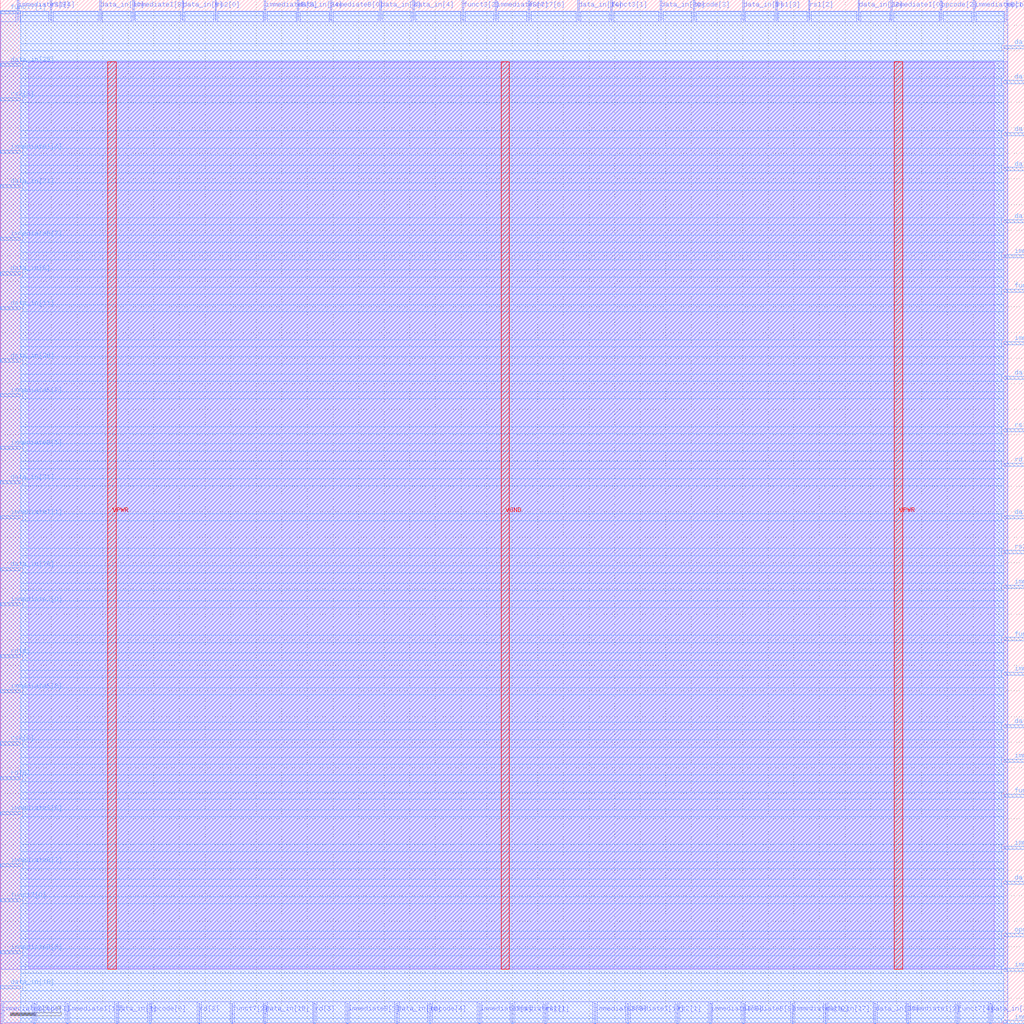
<source format=lef>
VERSION 5.7 ;
  NOWIREEXTENSIONATPIN ON ;
  DIVIDERCHAR "/" ;
  BUSBITCHARS "[]" ;
MACRO instruction_coder
  CLASS BLOCK ;
  FOREIGN instruction_coder ;
  ORIGIN 0.000 0.000 ;
  SIZE 200.000 BY 200.000 ;
  PIN VGND
    USE GROUND ;
    PORT
      LAYER met4 ;
        RECT 97.840 10.640 99.440 187.920 ;
    END
  END VGND
  PIN VPWR
    USE POWER ;
    PORT
      LAYER met4 ;
        RECT 174.640 10.640 176.240 187.920 ;
    END
    PORT
      LAYER met4 ;
        RECT 21.040 10.640 22.640 187.920 ;
    END
  END VPWR
  PIN data_in[0]
    PORT
      LAYER met2 ;
        RECT 35.510 196.000 35.790 200.000 ;
    END
  END data_in[0]
  PIN data_in[10]
    PORT
      LAYER met2 ;
        RECT 19.410 196.000 19.690 200.000 ;
    END
  END data_in[10]
  PIN data_in[11]
    PORT
      LAYER met3 ;
        RECT 0.000 139.440 4.000 140.040 ;
    END
  END data_in[11]
  PIN data_in[12]
    PORT
      LAYER met3 ;
        RECT 196.000 57.840 200.000 58.440 ;
    END
  END data_in[12]
  PIN data_in[13]
    PORT
      LAYER met3 ;
        RECT 196.000 125.840 200.000 126.440 ;
    END
  END data_in[13]
  PIN data_in[14]
    PORT
      LAYER met2 ;
        RECT 112.790 196.000 113.070 200.000 ;
    END
  END data_in[14]
  PIN data_in[15]
    PORT
      LAYER met2 ;
        RECT 51.610 0.000 51.890 4.000 ;
    END
  END data_in[15]
  PIN data_in[16]
    PORT
      LAYER met2 ;
        RECT 77.370 0.000 77.650 4.000 ;
    END
  END data_in[16]
  PIN data_in[17]
    PORT
      LAYER met2 ;
        RECT 161.090 0.000 161.370 4.000 ;
    END
  END data_in[17]
  PIN data_in[18]
    PORT
      LAYER met3 ;
        RECT 0.000 6.840 4.000 7.440 ;
    END
  END data_in[18]
  PIN data_in[19]
    PORT
      LAYER met3 ;
        RECT 196.000 156.440 200.000 157.040 ;
    END
  END data_in[19]
  PIN data_in[1]
    PORT
      LAYER met2 ;
        RECT 22.630 0.000 22.910 4.000 ;
    END
  END data_in[1]
  PIN data_in[20]
    PORT
      LAYER met2 ;
        RECT 170.750 0.000 171.030 4.000 ;
    END
  END data_in[20]
  PIN data_in[21]
    PORT
      LAYER met3 ;
        RECT 0.000 163.240 4.000 163.840 ;
    END
  END data_in[21]
  PIN data_in[22]
    PORT
      LAYER met2 ;
        RECT 167.530 196.000 167.810 200.000 ;
    END
  END data_in[22]
  PIN data_in[23]
    PORT
      LAYER met3 ;
        RECT 196.000 98.640 200.000 99.240 ;
    END
  END data_in[23]
  PIN data_in[24]
    PORT
      LAYER met2 ;
        RECT 58.050 196.000 58.330 200.000 ;
    END
  END data_in[24]
  PIN data_in[25]
    PORT
      LAYER met3 ;
        RECT 0.000 187.040 4.000 187.640 ;
    END
  END data_in[25]
  PIN data_in[26]
    PORT
      LAYER met3 ;
        RECT 0.000 129.240 4.000 129.840 ;
    END
  END data_in[26]
  PIN data_in[27]
    PORT
      LAYER met2 ;
        RECT 193.290 0.000 193.570 4.000 ;
    END
  END data_in[27]
  PIN data_in[28]
    PORT
      LAYER met3 ;
        RECT 0.000 88.440 4.000 89.040 ;
    END
  END data_in[28]
  PIN data_in[29]
    PORT
      LAYER met3 ;
        RECT 196.000 173.440 200.000 174.040 ;
    END
  END data_in[29]
  PIN data_in[2]
    PORT
      LAYER met3 ;
        RECT 196.000 27.240 200.000 27.840 ;
    END
  END data_in[2]
  PIN data_in[30]
    PORT
      LAYER met2 ;
        RECT 128.890 196.000 129.170 200.000 ;
    END
  END data_in[30]
  PIN data_in[31]
    PORT
      LAYER met3 ;
        RECT 0.000 105.440 4.000 106.040 ;
    END
  END data_in[31]
  PIN data_in[3]
    PORT
      LAYER met2 ;
        RECT 74.150 196.000 74.430 200.000 ;
    END
  END data_in[3]
  PIN data_in[4]
    PORT
      LAYER met2 ;
        RECT 80.590 196.000 80.870 200.000 ;
    END
  END data_in[4]
  PIN data_in[5]
    PORT
      LAYER met2 ;
        RECT 144.990 196.000 145.270 200.000 ;
    END
  END data_in[5]
  PIN data_in[6]
    PORT
      LAYER met3 ;
        RECT 0.000 146.240 4.000 146.840 ;
    END
  END data_in[6]
  PIN data_in[7]
    PORT
      LAYER met3 ;
        RECT 196.000 190.440 200.000 191.040 ;
    END
  END data_in[7]
  PIN data_in[8]
    PORT
      LAYER met3 ;
        RECT 196.000 166.640 200.000 167.240 ;
    END
  END data_in[8]
  PIN data_in[9]
    PORT
      LAYER met3 ;
        RECT 196.000 183.640 200.000 184.240 ;
    END
  END data_in[9]
  PIN funct3[0]
    PORT
      LAYER met3 ;
        RECT 196.000 44.240 200.000 44.840 ;
    END
  END funct3[0]
  PIN funct3[1]
    PORT
      LAYER met2 ;
        RECT 119.230 196.000 119.510 200.000 ;
    END
  END funct3[1]
  PIN funct3[2]
    PORT
      LAYER met2 ;
        RECT 90.250 196.000 90.530 200.000 ;
    END
  END funct3[2]
  PIN funct7[0]
    PORT
      LAYER met3 ;
        RECT 0.000 23.840 4.000 24.440 ;
    END
  END funct7[0]
  PIN funct7[1]
    PORT
      LAYER met3 ;
        RECT 0.000 197.240 4.000 197.840 ;
    END
  END funct7[1]
  PIN funct7[2]
    PORT
      LAYER met2 ;
        RECT 45.170 0.000 45.450 4.000 ;
    END
  END funct7[2]
  PIN funct7[3]
    PORT
      LAYER met3 ;
        RECT 196.000 142.840 200.000 143.440 ;
    END
  END funct7[3]
  PIN funct7[4]
    PORT
      LAYER met2 ;
        RECT 186.850 0.000 187.130 4.000 ;
    END
  END funct7[4]
  PIN funct7[5]
    PORT
      LAYER met3 ;
        RECT 196.000 74.840 200.000 75.440 ;
    END
  END funct7[5]
  PIN funct7[6]
    PORT
      LAYER met2 ;
        RECT 103.130 196.000 103.410 200.000 ;
    END
  END funct7[6]
  PIN immediateB[0]
    PORT
      LAYER met2 ;
        RECT 64.490 196.000 64.770 200.000 ;
    END
  END immediateB[0]
  PIN immediateB[10]
    PORT
      LAYER met3 ;
        RECT 196.000 0.040 200.000 0.640 ;
    END
  END immediateB[10]
  PIN immediateB[11]
    PORT
      LAYER met3 ;
        RECT 196.000 149.640 200.000 150.240 ;
    END
  END immediateB[11]
  PIN immediateB[1]
    PORT
      LAYER met2 ;
        RECT 190.070 196.000 190.350 200.000 ;
    END
  END immediateB[1]
  PIN immediateB[2]
    PORT
      LAYER met3 ;
        RECT 0.000 30.640 4.000 31.240 ;
    END
  END immediateB[2]
  PIN immediateB[3]
    PORT
      LAYER met2 ;
        RECT 67.710 0.000 67.990 4.000 ;
    END
  END immediateB[3]
  PIN immediateB[4]
    PORT
      LAYER met3 ;
        RECT 196.000 34.040 200.000 34.640 ;
    END
  END immediateB[4]
  PIN immediateB[5]
    PORT
      LAYER met3 ;
        RECT 0.000 112.240 4.000 112.840 ;
    END
  END immediateB[5]
  PIN immediateB[6]
    PORT
      LAYER met3 ;
        RECT 0.000 13.640 4.000 14.240 ;
    END
  END immediateB[6]
  PIN immediateB[7]
    PORT
      LAYER met3 ;
        RECT 0.000 153.040 4.000 153.640 ;
    END
  END immediateB[7]
  PIN immediateB[8]
    PORT
      LAYER met2 ;
        RECT 51.610 196.000 51.890 200.000 ;
    END
  END immediateB[8]
  PIN immediateB[9]
    PORT
      LAYER met2 ;
        RECT 144.990 0.000 145.270 4.000 ;
    END
  END immediateB[9]
  PIN immediateI[0]
    PORT
      LAYER met2 ;
        RECT 173.970 196.000 174.250 200.000 ;
    END
  END immediateI[0]
  PIN immediateI[10]
    PORT
      LAYER met2 ;
        RECT 122.450 0.000 122.730 4.000 ;
    END
  END immediateI[10]
  PIN immediateI[11]
    PORT
      LAYER met2 ;
        RECT 12.970 0.000 13.250 4.000 ;
    END
  END immediateI[11]
  PIN immediateI[1]
    PORT
      LAYER met3 ;
        RECT 0.000 98.640 4.000 99.240 ;
    END
  END immediateI[1]
  PIN immediateI[2]
    PORT
      LAYER met2 ;
        RECT 177.190 0.000 177.470 4.000 ;
    END
  END immediateI[2]
  PIN immediateI[3]
    PORT
      LAYER met3 ;
        RECT 196.000 85.040 200.000 85.640 ;
    END
  END immediateI[3]
  PIN immediateI[4]
    PORT
      LAYER met3 ;
        RECT 196.000 51.040 200.000 51.640 ;
    END
  END immediateI[4]
  PIN immediateI[5]
    PORT
      LAYER met2 ;
        RECT 138.550 0.000 138.830 4.000 ;
    END
  END immediateI[5]
  PIN immediateI[6]
    PORT
      LAYER met3 ;
        RECT 0.000 170.040 4.000 170.640 ;
    END
  END immediateI[6]
  PIN immediateI[7]
    PORT
      LAYER met3 ;
        RECT 196.000 10.240 200.000 10.840 ;
    END
  END immediateI[7]
  PIN immediateI[8]
    PORT
      LAYER met2 ;
        RECT 25.850 196.000 26.130 200.000 ;
    END
  END immediateI[8]
  PIN immediateI[9]
    PORT
      LAYER met3 ;
        RECT 196.000 68.040 200.000 68.640 ;
    END
  END immediateI[9]
  PIN immediateS[0]
    PORT
      LAYER met3 ;
        RECT 0.000 81.640 4.000 82.240 ;
    END
  END immediateS[0]
  PIN immediateS[10]
    PORT
      LAYER met2 ;
        RECT 154.650 0.000 154.930 4.000 ;
    END
  END immediateS[10]
  PIN immediateS[11]
    PORT
      LAYER met3 ;
        RECT 196.000 132.640 200.000 133.240 ;
    END
  END immediateS[11]
  PIN immediateS[1]
    PORT
      LAYER met2 ;
        RECT 93.470 0.000 93.750 4.000 ;
    END
  END immediateS[1]
  PIN immediateS[2]
    PORT
      LAYER met3 ;
        RECT 0.000 122.440 4.000 123.040 ;
    END
  END immediateS[2]
  PIN immediateS[3]
    PORT
      LAYER met2 ;
        RECT 99.910 0.000 100.190 4.000 ;
    END
  END immediateS[3]
  PIN immediateS[4]
    PORT
      LAYER met2 ;
        RECT 0.090 0.000 0.370 4.000 ;
    END
  END immediateS[4]
  PIN immediateS[5]
    PORT
      LAYER met2 ;
        RECT 116.010 0.000 116.290 4.000 ;
    END
  END immediateS[5]
  PIN immediateS[6]
    PORT
      LAYER met3 ;
        RECT 0.000 40.840 4.000 41.440 ;
    END
  END immediateS[6]
  PIN immediateS[7]
    PORT
      LAYER met2 ;
        RECT 96.690 196.000 96.970 200.000 ;
    END
  END immediateS[7]
  PIN immediateS[8]
    PORT
      LAYER met3 ;
        RECT 0.000 64.640 4.000 65.240 ;
    END
  END immediateS[8]
  PIN immediateS[9]
    PORT
      LAYER met2 ;
        RECT 3.310 196.000 3.590 200.000 ;
    END
  END immediateS[9]
  PIN opcode[0]
    PORT
      LAYER met2 ;
        RECT 29.070 0.000 29.350 4.000 ;
    END
  END opcode[0]
  PIN opcode[1]
    PORT
      LAYER met2 ;
        RECT 6.530 0.000 6.810 4.000 ;
    END
  END opcode[1]
  PIN opcode[2]
    PORT
      LAYER met2 ;
        RECT 183.630 196.000 183.910 200.000 ;
    END
  END opcode[2]
  PIN opcode[3]
    PORT
      LAYER met2 ;
        RECT 135.330 196.000 135.610 200.000 ;
    END
  END opcode[3]
  PIN opcode[4]
    PORT
      LAYER met2 ;
        RECT 83.810 0.000 84.090 4.000 ;
    END
  END opcode[4]
  PIN opcode[5]
    PORT
      LAYER met2 ;
        RECT 196.510 196.000 196.790 200.000 ;
    END
  END opcode[5]
  PIN opcode[6]
    PORT
      LAYER met3 ;
        RECT 196.000 17.040 200.000 17.640 ;
    END
  END opcode[6]
  PIN rd[0]
    PORT
      LAYER met3 ;
        RECT 0.000 47.640 4.000 48.240 ;
    END
  END rd[0]
  PIN rd[1]
    PORT
      LAYER met3 ;
        RECT 196.000 108.840 200.000 109.440 ;
    END
  END rd[1]
  PIN rd[2]
    PORT
      LAYER met2 ;
        RECT 38.730 0.000 39.010 4.000 ;
    END
  END rd[2]
  PIN rd[3]
    PORT
      LAYER met2 ;
        RECT 61.270 0.000 61.550 4.000 ;
    END
  END rd[3]
  PIN rd[4]
    PORT
      LAYER met3 ;
        RECT 0.000 71.440 4.000 72.040 ;
    END
  END rd[4]
  PIN rs1[0]
    PORT
      LAYER met3 ;
        RECT 196.000 115.640 200.000 116.240 ;
    END
  END rs1[0]
  PIN rs1[1]
    PORT
      LAYER met2 ;
        RECT 106.350 0.000 106.630 4.000 ;
    END
  END rs1[1]
  PIN rs1[2]
    PORT
      LAYER met2 ;
        RECT 157.870 196.000 158.150 200.000 ;
    END
  END rs1[2]
  PIN rs1[3]
    PORT
      LAYER met2 ;
        RECT 151.430 196.000 151.710 200.000 ;
    END
  END rs1[3]
  PIN rs1[4]
    PORT
      LAYER met2 ;
        RECT 9.750 196.000 10.030 200.000 ;
    END
  END rs1[4]
  PIN rs2[0]
    PORT
      LAYER met2 ;
        RECT 41.950 196.000 42.230 200.000 ;
    END
  END rs2[0]
  PIN rs2[1]
    PORT
      LAYER met2 ;
        RECT 132.110 0.000 132.390 4.000 ;
    END
  END rs2[1]
  PIN rs2[2]
    PORT
      LAYER met3 ;
        RECT 0.000 54.440 4.000 55.040 ;
    END
  END rs2[2]
  PIN rs2[3]
    PORT
      LAYER met3 ;
        RECT 0.000 180.240 4.000 180.840 ;
    END
  END rs2[3]
  PIN rs2[4]
    PORT
      LAYER met3 ;
        RECT 196.000 91.840 200.000 92.440 ;
    END
  END rs2[4]
  OBS
      LAYER li1 ;
        RECT 5.520 10.795 194.120 187.765 ;
      LAYER met1 ;
        RECT 0.070 10.640 196.810 187.920 ;
      LAYER met2 ;
        RECT 0.100 195.720 3.030 197.725 ;
        RECT 3.870 195.720 9.470 197.725 ;
        RECT 10.310 195.720 19.130 197.725 ;
        RECT 19.970 195.720 25.570 197.725 ;
        RECT 26.410 195.720 35.230 197.725 ;
        RECT 36.070 195.720 41.670 197.725 ;
        RECT 42.510 195.720 51.330 197.725 ;
        RECT 52.170 195.720 57.770 197.725 ;
        RECT 58.610 195.720 64.210 197.725 ;
        RECT 65.050 195.720 73.870 197.725 ;
        RECT 74.710 195.720 80.310 197.725 ;
        RECT 81.150 195.720 89.970 197.725 ;
        RECT 90.810 195.720 96.410 197.725 ;
        RECT 97.250 195.720 102.850 197.725 ;
        RECT 103.690 195.720 112.510 197.725 ;
        RECT 113.350 195.720 118.950 197.725 ;
        RECT 119.790 195.720 128.610 197.725 ;
        RECT 129.450 195.720 135.050 197.725 ;
        RECT 135.890 195.720 144.710 197.725 ;
        RECT 145.550 195.720 151.150 197.725 ;
        RECT 151.990 195.720 157.590 197.725 ;
        RECT 158.430 195.720 167.250 197.725 ;
        RECT 168.090 195.720 173.690 197.725 ;
        RECT 174.530 195.720 183.350 197.725 ;
        RECT 184.190 195.720 189.790 197.725 ;
        RECT 190.630 195.720 196.230 197.725 ;
        RECT 0.100 4.280 196.780 195.720 ;
        RECT 0.650 0.155 6.250 4.280 ;
        RECT 7.090 0.155 12.690 4.280 ;
        RECT 13.530 0.155 22.350 4.280 ;
        RECT 23.190 0.155 28.790 4.280 ;
        RECT 29.630 0.155 38.450 4.280 ;
        RECT 39.290 0.155 44.890 4.280 ;
        RECT 45.730 0.155 51.330 4.280 ;
        RECT 52.170 0.155 60.990 4.280 ;
        RECT 61.830 0.155 67.430 4.280 ;
        RECT 68.270 0.155 77.090 4.280 ;
        RECT 77.930 0.155 83.530 4.280 ;
        RECT 84.370 0.155 93.190 4.280 ;
        RECT 94.030 0.155 99.630 4.280 ;
        RECT 100.470 0.155 106.070 4.280 ;
        RECT 106.910 0.155 115.730 4.280 ;
        RECT 116.570 0.155 122.170 4.280 ;
        RECT 123.010 0.155 131.830 4.280 ;
        RECT 132.670 0.155 138.270 4.280 ;
        RECT 139.110 0.155 144.710 4.280 ;
        RECT 145.550 0.155 154.370 4.280 ;
        RECT 155.210 0.155 160.810 4.280 ;
        RECT 161.650 0.155 170.470 4.280 ;
        RECT 171.310 0.155 176.910 4.280 ;
        RECT 177.750 0.155 186.570 4.280 ;
        RECT 187.410 0.155 193.010 4.280 ;
        RECT 193.850 0.155 196.780 4.280 ;
      LAYER met3 ;
        RECT 4.400 196.840 196.000 197.705 ;
        RECT 4.000 191.440 196.000 196.840 ;
        RECT 4.000 190.040 195.600 191.440 ;
        RECT 4.000 188.040 196.000 190.040 ;
        RECT 4.400 186.640 196.000 188.040 ;
        RECT 4.000 184.640 196.000 186.640 ;
        RECT 4.000 183.240 195.600 184.640 ;
        RECT 4.000 181.240 196.000 183.240 ;
        RECT 4.400 179.840 196.000 181.240 ;
        RECT 4.000 174.440 196.000 179.840 ;
        RECT 4.000 173.040 195.600 174.440 ;
        RECT 4.000 171.040 196.000 173.040 ;
        RECT 4.400 169.640 196.000 171.040 ;
        RECT 4.000 167.640 196.000 169.640 ;
        RECT 4.000 166.240 195.600 167.640 ;
        RECT 4.000 164.240 196.000 166.240 ;
        RECT 4.400 162.840 196.000 164.240 ;
        RECT 4.000 157.440 196.000 162.840 ;
        RECT 4.000 156.040 195.600 157.440 ;
        RECT 4.000 154.040 196.000 156.040 ;
        RECT 4.400 152.640 196.000 154.040 ;
        RECT 4.000 150.640 196.000 152.640 ;
        RECT 4.000 149.240 195.600 150.640 ;
        RECT 4.000 147.240 196.000 149.240 ;
        RECT 4.400 145.840 196.000 147.240 ;
        RECT 4.000 143.840 196.000 145.840 ;
        RECT 4.000 142.440 195.600 143.840 ;
        RECT 4.000 140.440 196.000 142.440 ;
        RECT 4.400 139.040 196.000 140.440 ;
        RECT 4.000 133.640 196.000 139.040 ;
        RECT 4.000 132.240 195.600 133.640 ;
        RECT 4.000 130.240 196.000 132.240 ;
        RECT 4.400 128.840 196.000 130.240 ;
        RECT 4.000 126.840 196.000 128.840 ;
        RECT 4.000 125.440 195.600 126.840 ;
        RECT 4.000 123.440 196.000 125.440 ;
        RECT 4.400 122.040 196.000 123.440 ;
        RECT 4.000 116.640 196.000 122.040 ;
        RECT 4.000 115.240 195.600 116.640 ;
        RECT 4.000 113.240 196.000 115.240 ;
        RECT 4.400 111.840 196.000 113.240 ;
        RECT 4.000 109.840 196.000 111.840 ;
        RECT 4.000 108.440 195.600 109.840 ;
        RECT 4.000 106.440 196.000 108.440 ;
        RECT 4.400 105.040 196.000 106.440 ;
        RECT 4.000 99.640 196.000 105.040 ;
        RECT 4.400 98.240 195.600 99.640 ;
        RECT 4.000 92.840 196.000 98.240 ;
        RECT 4.000 91.440 195.600 92.840 ;
        RECT 4.000 89.440 196.000 91.440 ;
        RECT 4.400 88.040 196.000 89.440 ;
        RECT 4.000 86.040 196.000 88.040 ;
        RECT 4.000 84.640 195.600 86.040 ;
        RECT 4.000 82.640 196.000 84.640 ;
        RECT 4.400 81.240 196.000 82.640 ;
        RECT 4.000 75.840 196.000 81.240 ;
        RECT 4.000 74.440 195.600 75.840 ;
        RECT 4.000 72.440 196.000 74.440 ;
        RECT 4.400 71.040 196.000 72.440 ;
        RECT 4.000 69.040 196.000 71.040 ;
        RECT 4.000 67.640 195.600 69.040 ;
        RECT 4.000 65.640 196.000 67.640 ;
        RECT 4.400 64.240 196.000 65.640 ;
        RECT 4.000 58.840 196.000 64.240 ;
        RECT 4.000 57.440 195.600 58.840 ;
        RECT 4.000 55.440 196.000 57.440 ;
        RECT 4.400 54.040 196.000 55.440 ;
        RECT 4.000 52.040 196.000 54.040 ;
        RECT 4.000 50.640 195.600 52.040 ;
        RECT 4.000 48.640 196.000 50.640 ;
        RECT 4.400 47.240 196.000 48.640 ;
        RECT 4.000 45.240 196.000 47.240 ;
        RECT 4.000 43.840 195.600 45.240 ;
        RECT 4.000 41.840 196.000 43.840 ;
        RECT 4.400 40.440 196.000 41.840 ;
        RECT 4.000 35.040 196.000 40.440 ;
        RECT 4.000 33.640 195.600 35.040 ;
        RECT 4.000 31.640 196.000 33.640 ;
        RECT 4.400 30.240 196.000 31.640 ;
        RECT 4.000 28.240 196.000 30.240 ;
        RECT 4.000 26.840 195.600 28.240 ;
        RECT 4.000 24.840 196.000 26.840 ;
        RECT 4.400 23.440 196.000 24.840 ;
        RECT 4.000 18.040 196.000 23.440 ;
        RECT 4.000 16.640 195.600 18.040 ;
        RECT 4.000 14.640 196.000 16.640 ;
        RECT 4.400 13.240 196.000 14.640 ;
        RECT 4.000 11.240 196.000 13.240 ;
        RECT 4.000 9.840 195.600 11.240 ;
        RECT 4.000 7.840 196.000 9.840 ;
        RECT 4.400 6.440 196.000 7.840 ;
        RECT 4.000 1.040 196.000 6.440 ;
        RECT 4.000 0.175 195.600 1.040 ;
  END
END instruction_coder
END LIBRARY


</source>
